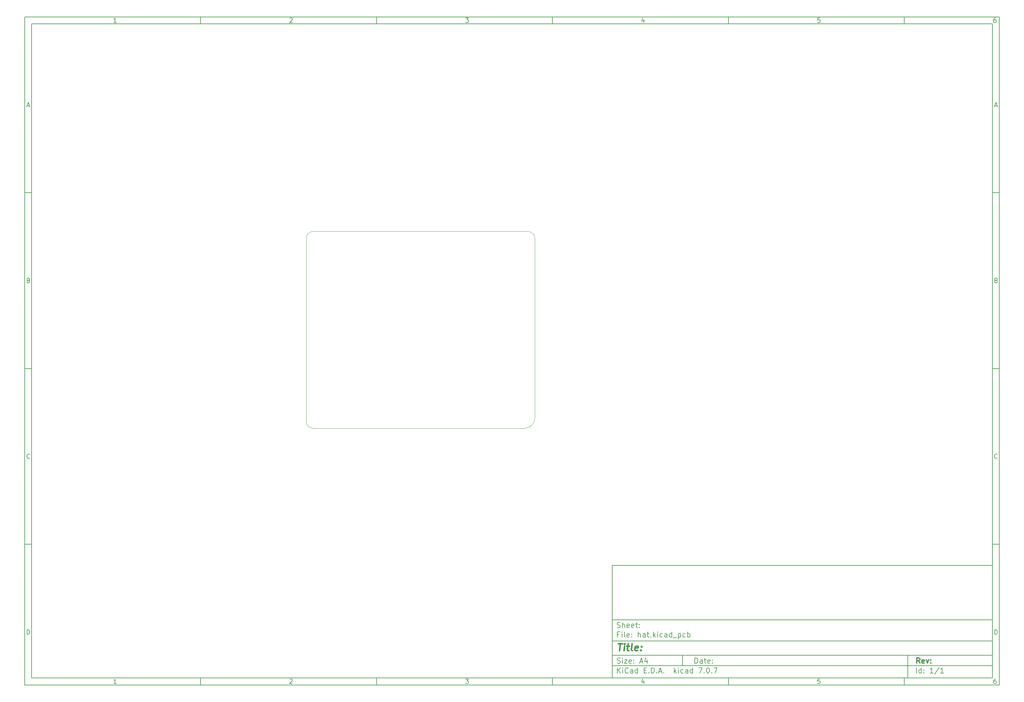
<source format=gm1>
%TF.GenerationSoftware,KiCad,Pcbnew,7.0.7*%
%TF.CreationDate,2023-12-26T13:29:34+01:00*%
%TF.ProjectId,hat,6861742e-6b69-4636-9164-5f7063625858,rev?*%
%TF.SameCoordinates,Original*%
%TF.FileFunction,Profile,NP*%
%FSLAX46Y46*%
G04 Gerber Fmt 4.6, Leading zero omitted, Abs format (unit mm)*
G04 Created by KiCad (PCBNEW 7.0.7) date 2023-12-26 13:29:34*
%MOMM*%
%LPD*%
G01*
G04 APERTURE LIST*
%ADD10C,0.100000*%
%ADD11C,0.150000*%
%ADD12C,0.300000*%
%ADD13C,0.400000*%
%TA.AperFunction,Profile*%
%ADD14C,0.050000*%
%TD*%
G04 APERTURE END LIST*
D10*
D11*
X177002200Y-166007200D02*
X285002200Y-166007200D01*
X285002200Y-198007200D01*
X177002200Y-198007200D01*
X177002200Y-166007200D01*
D10*
D11*
X10000000Y-10000000D02*
X287002200Y-10000000D01*
X287002200Y-200007200D01*
X10000000Y-200007200D01*
X10000000Y-10000000D01*
D10*
D11*
X12000000Y-12000000D02*
X285002200Y-12000000D01*
X285002200Y-198007200D01*
X12000000Y-198007200D01*
X12000000Y-12000000D01*
D10*
D11*
X60000000Y-12000000D02*
X60000000Y-10000000D01*
D10*
D11*
X110000000Y-12000000D02*
X110000000Y-10000000D01*
D10*
D11*
X160000000Y-12000000D02*
X160000000Y-10000000D01*
D10*
D11*
X210000000Y-12000000D02*
X210000000Y-10000000D01*
D10*
D11*
X260000000Y-12000000D02*
X260000000Y-10000000D01*
D10*
D11*
X36089160Y-11593604D02*
X35346303Y-11593604D01*
X35717731Y-11593604D02*
X35717731Y-10293604D01*
X35717731Y-10293604D02*
X35593922Y-10479319D01*
X35593922Y-10479319D02*
X35470112Y-10603128D01*
X35470112Y-10603128D02*
X35346303Y-10665033D01*
D10*
D11*
X85346303Y-10417414D02*
X85408207Y-10355509D01*
X85408207Y-10355509D02*
X85532017Y-10293604D01*
X85532017Y-10293604D02*
X85841541Y-10293604D01*
X85841541Y-10293604D02*
X85965350Y-10355509D01*
X85965350Y-10355509D02*
X86027255Y-10417414D01*
X86027255Y-10417414D02*
X86089160Y-10541223D01*
X86089160Y-10541223D02*
X86089160Y-10665033D01*
X86089160Y-10665033D02*
X86027255Y-10850747D01*
X86027255Y-10850747D02*
X85284398Y-11593604D01*
X85284398Y-11593604D02*
X86089160Y-11593604D01*
D10*
D11*
X135284398Y-10293604D02*
X136089160Y-10293604D01*
X136089160Y-10293604D02*
X135655826Y-10788842D01*
X135655826Y-10788842D02*
X135841541Y-10788842D01*
X135841541Y-10788842D02*
X135965350Y-10850747D01*
X135965350Y-10850747D02*
X136027255Y-10912652D01*
X136027255Y-10912652D02*
X136089160Y-11036461D01*
X136089160Y-11036461D02*
X136089160Y-11345985D01*
X136089160Y-11345985D02*
X136027255Y-11469795D01*
X136027255Y-11469795D02*
X135965350Y-11531700D01*
X135965350Y-11531700D02*
X135841541Y-11593604D01*
X135841541Y-11593604D02*
X135470112Y-11593604D01*
X135470112Y-11593604D02*
X135346303Y-11531700D01*
X135346303Y-11531700D02*
X135284398Y-11469795D01*
D10*
D11*
X185965350Y-10726938D02*
X185965350Y-11593604D01*
X185655826Y-10231700D02*
X185346303Y-11160271D01*
X185346303Y-11160271D02*
X186151064Y-11160271D01*
D10*
D11*
X236027255Y-10293604D02*
X235408207Y-10293604D01*
X235408207Y-10293604D02*
X235346303Y-10912652D01*
X235346303Y-10912652D02*
X235408207Y-10850747D01*
X235408207Y-10850747D02*
X235532017Y-10788842D01*
X235532017Y-10788842D02*
X235841541Y-10788842D01*
X235841541Y-10788842D02*
X235965350Y-10850747D01*
X235965350Y-10850747D02*
X236027255Y-10912652D01*
X236027255Y-10912652D02*
X236089160Y-11036461D01*
X236089160Y-11036461D02*
X236089160Y-11345985D01*
X236089160Y-11345985D02*
X236027255Y-11469795D01*
X236027255Y-11469795D02*
X235965350Y-11531700D01*
X235965350Y-11531700D02*
X235841541Y-11593604D01*
X235841541Y-11593604D02*
X235532017Y-11593604D01*
X235532017Y-11593604D02*
X235408207Y-11531700D01*
X235408207Y-11531700D02*
X235346303Y-11469795D01*
D10*
D11*
X285965350Y-10293604D02*
X285717731Y-10293604D01*
X285717731Y-10293604D02*
X285593922Y-10355509D01*
X285593922Y-10355509D02*
X285532017Y-10417414D01*
X285532017Y-10417414D02*
X285408207Y-10603128D01*
X285408207Y-10603128D02*
X285346303Y-10850747D01*
X285346303Y-10850747D02*
X285346303Y-11345985D01*
X285346303Y-11345985D02*
X285408207Y-11469795D01*
X285408207Y-11469795D02*
X285470112Y-11531700D01*
X285470112Y-11531700D02*
X285593922Y-11593604D01*
X285593922Y-11593604D02*
X285841541Y-11593604D01*
X285841541Y-11593604D02*
X285965350Y-11531700D01*
X285965350Y-11531700D02*
X286027255Y-11469795D01*
X286027255Y-11469795D02*
X286089160Y-11345985D01*
X286089160Y-11345985D02*
X286089160Y-11036461D01*
X286089160Y-11036461D02*
X286027255Y-10912652D01*
X286027255Y-10912652D02*
X285965350Y-10850747D01*
X285965350Y-10850747D02*
X285841541Y-10788842D01*
X285841541Y-10788842D02*
X285593922Y-10788842D01*
X285593922Y-10788842D02*
X285470112Y-10850747D01*
X285470112Y-10850747D02*
X285408207Y-10912652D01*
X285408207Y-10912652D02*
X285346303Y-11036461D01*
D10*
D11*
X60000000Y-198007200D02*
X60000000Y-200007200D01*
D10*
D11*
X110000000Y-198007200D02*
X110000000Y-200007200D01*
D10*
D11*
X160000000Y-198007200D02*
X160000000Y-200007200D01*
D10*
D11*
X210000000Y-198007200D02*
X210000000Y-200007200D01*
D10*
D11*
X260000000Y-198007200D02*
X260000000Y-200007200D01*
D10*
D11*
X36089160Y-199600804D02*
X35346303Y-199600804D01*
X35717731Y-199600804D02*
X35717731Y-198300804D01*
X35717731Y-198300804D02*
X35593922Y-198486519D01*
X35593922Y-198486519D02*
X35470112Y-198610328D01*
X35470112Y-198610328D02*
X35346303Y-198672233D01*
D10*
D11*
X85346303Y-198424614D02*
X85408207Y-198362709D01*
X85408207Y-198362709D02*
X85532017Y-198300804D01*
X85532017Y-198300804D02*
X85841541Y-198300804D01*
X85841541Y-198300804D02*
X85965350Y-198362709D01*
X85965350Y-198362709D02*
X86027255Y-198424614D01*
X86027255Y-198424614D02*
X86089160Y-198548423D01*
X86089160Y-198548423D02*
X86089160Y-198672233D01*
X86089160Y-198672233D02*
X86027255Y-198857947D01*
X86027255Y-198857947D02*
X85284398Y-199600804D01*
X85284398Y-199600804D02*
X86089160Y-199600804D01*
D10*
D11*
X135284398Y-198300804D02*
X136089160Y-198300804D01*
X136089160Y-198300804D02*
X135655826Y-198796042D01*
X135655826Y-198796042D02*
X135841541Y-198796042D01*
X135841541Y-198796042D02*
X135965350Y-198857947D01*
X135965350Y-198857947D02*
X136027255Y-198919852D01*
X136027255Y-198919852D02*
X136089160Y-199043661D01*
X136089160Y-199043661D02*
X136089160Y-199353185D01*
X136089160Y-199353185D02*
X136027255Y-199476995D01*
X136027255Y-199476995D02*
X135965350Y-199538900D01*
X135965350Y-199538900D02*
X135841541Y-199600804D01*
X135841541Y-199600804D02*
X135470112Y-199600804D01*
X135470112Y-199600804D02*
X135346303Y-199538900D01*
X135346303Y-199538900D02*
X135284398Y-199476995D01*
D10*
D11*
X185965350Y-198734138D02*
X185965350Y-199600804D01*
X185655826Y-198238900D02*
X185346303Y-199167471D01*
X185346303Y-199167471D02*
X186151064Y-199167471D01*
D10*
D11*
X236027255Y-198300804D02*
X235408207Y-198300804D01*
X235408207Y-198300804D02*
X235346303Y-198919852D01*
X235346303Y-198919852D02*
X235408207Y-198857947D01*
X235408207Y-198857947D02*
X235532017Y-198796042D01*
X235532017Y-198796042D02*
X235841541Y-198796042D01*
X235841541Y-198796042D02*
X235965350Y-198857947D01*
X235965350Y-198857947D02*
X236027255Y-198919852D01*
X236027255Y-198919852D02*
X236089160Y-199043661D01*
X236089160Y-199043661D02*
X236089160Y-199353185D01*
X236089160Y-199353185D02*
X236027255Y-199476995D01*
X236027255Y-199476995D02*
X235965350Y-199538900D01*
X235965350Y-199538900D02*
X235841541Y-199600804D01*
X235841541Y-199600804D02*
X235532017Y-199600804D01*
X235532017Y-199600804D02*
X235408207Y-199538900D01*
X235408207Y-199538900D02*
X235346303Y-199476995D01*
D10*
D11*
X285965350Y-198300804D02*
X285717731Y-198300804D01*
X285717731Y-198300804D02*
X285593922Y-198362709D01*
X285593922Y-198362709D02*
X285532017Y-198424614D01*
X285532017Y-198424614D02*
X285408207Y-198610328D01*
X285408207Y-198610328D02*
X285346303Y-198857947D01*
X285346303Y-198857947D02*
X285346303Y-199353185D01*
X285346303Y-199353185D02*
X285408207Y-199476995D01*
X285408207Y-199476995D02*
X285470112Y-199538900D01*
X285470112Y-199538900D02*
X285593922Y-199600804D01*
X285593922Y-199600804D02*
X285841541Y-199600804D01*
X285841541Y-199600804D02*
X285965350Y-199538900D01*
X285965350Y-199538900D02*
X286027255Y-199476995D01*
X286027255Y-199476995D02*
X286089160Y-199353185D01*
X286089160Y-199353185D02*
X286089160Y-199043661D01*
X286089160Y-199043661D02*
X286027255Y-198919852D01*
X286027255Y-198919852D02*
X285965350Y-198857947D01*
X285965350Y-198857947D02*
X285841541Y-198796042D01*
X285841541Y-198796042D02*
X285593922Y-198796042D01*
X285593922Y-198796042D02*
X285470112Y-198857947D01*
X285470112Y-198857947D02*
X285408207Y-198919852D01*
X285408207Y-198919852D02*
X285346303Y-199043661D01*
D10*
D11*
X10000000Y-60000000D02*
X12000000Y-60000000D01*
D10*
D11*
X10000000Y-110000000D02*
X12000000Y-110000000D01*
D10*
D11*
X10000000Y-160000000D02*
X12000000Y-160000000D01*
D10*
D11*
X10690476Y-35222176D02*
X11309523Y-35222176D01*
X10566666Y-35593604D02*
X10999999Y-34293604D01*
X10999999Y-34293604D02*
X11433333Y-35593604D01*
D10*
D11*
X11092857Y-84912652D02*
X11278571Y-84974557D01*
X11278571Y-84974557D02*
X11340476Y-85036461D01*
X11340476Y-85036461D02*
X11402380Y-85160271D01*
X11402380Y-85160271D02*
X11402380Y-85345985D01*
X11402380Y-85345985D02*
X11340476Y-85469795D01*
X11340476Y-85469795D02*
X11278571Y-85531700D01*
X11278571Y-85531700D02*
X11154761Y-85593604D01*
X11154761Y-85593604D02*
X10659523Y-85593604D01*
X10659523Y-85593604D02*
X10659523Y-84293604D01*
X10659523Y-84293604D02*
X11092857Y-84293604D01*
X11092857Y-84293604D02*
X11216666Y-84355509D01*
X11216666Y-84355509D02*
X11278571Y-84417414D01*
X11278571Y-84417414D02*
X11340476Y-84541223D01*
X11340476Y-84541223D02*
X11340476Y-84665033D01*
X11340476Y-84665033D02*
X11278571Y-84788842D01*
X11278571Y-84788842D02*
X11216666Y-84850747D01*
X11216666Y-84850747D02*
X11092857Y-84912652D01*
X11092857Y-84912652D02*
X10659523Y-84912652D01*
D10*
D11*
X11402380Y-135469795D02*
X11340476Y-135531700D01*
X11340476Y-135531700D02*
X11154761Y-135593604D01*
X11154761Y-135593604D02*
X11030952Y-135593604D01*
X11030952Y-135593604D02*
X10845238Y-135531700D01*
X10845238Y-135531700D02*
X10721428Y-135407890D01*
X10721428Y-135407890D02*
X10659523Y-135284080D01*
X10659523Y-135284080D02*
X10597619Y-135036461D01*
X10597619Y-135036461D02*
X10597619Y-134850747D01*
X10597619Y-134850747D02*
X10659523Y-134603128D01*
X10659523Y-134603128D02*
X10721428Y-134479319D01*
X10721428Y-134479319D02*
X10845238Y-134355509D01*
X10845238Y-134355509D02*
X11030952Y-134293604D01*
X11030952Y-134293604D02*
X11154761Y-134293604D01*
X11154761Y-134293604D02*
X11340476Y-134355509D01*
X11340476Y-134355509D02*
X11402380Y-134417414D01*
D10*
D11*
X10659523Y-185593604D02*
X10659523Y-184293604D01*
X10659523Y-184293604D02*
X10969047Y-184293604D01*
X10969047Y-184293604D02*
X11154761Y-184355509D01*
X11154761Y-184355509D02*
X11278571Y-184479319D01*
X11278571Y-184479319D02*
X11340476Y-184603128D01*
X11340476Y-184603128D02*
X11402380Y-184850747D01*
X11402380Y-184850747D02*
X11402380Y-185036461D01*
X11402380Y-185036461D02*
X11340476Y-185284080D01*
X11340476Y-185284080D02*
X11278571Y-185407890D01*
X11278571Y-185407890D02*
X11154761Y-185531700D01*
X11154761Y-185531700D02*
X10969047Y-185593604D01*
X10969047Y-185593604D02*
X10659523Y-185593604D01*
D10*
D11*
X287002200Y-60000000D02*
X285002200Y-60000000D01*
D10*
D11*
X287002200Y-110000000D02*
X285002200Y-110000000D01*
D10*
D11*
X287002200Y-160000000D02*
X285002200Y-160000000D01*
D10*
D11*
X285692676Y-35222176D02*
X286311723Y-35222176D01*
X285568866Y-35593604D02*
X286002199Y-34293604D01*
X286002199Y-34293604D02*
X286435533Y-35593604D01*
D10*
D11*
X286095057Y-84912652D02*
X286280771Y-84974557D01*
X286280771Y-84974557D02*
X286342676Y-85036461D01*
X286342676Y-85036461D02*
X286404580Y-85160271D01*
X286404580Y-85160271D02*
X286404580Y-85345985D01*
X286404580Y-85345985D02*
X286342676Y-85469795D01*
X286342676Y-85469795D02*
X286280771Y-85531700D01*
X286280771Y-85531700D02*
X286156961Y-85593604D01*
X286156961Y-85593604D02*
X285661723Y-85593604D01*
X285661723Y-85593604D02*
X285661723Y-84293604D01*
X285661723Y-84293604D02*
X286095057Y-84293604D01*
X286095057Y-84293604D02*
X286218866Y-84355509D01*
X286218866Y-84355509D02*
X286280771Y-84417414D01*
X286280771Y-84417414D02*
X286342676Y-84541223D01*
X286342676Y-84541223D02*
X286342676Y-84665033D01*
X286342676Y-84665033D02*
X286280771Y-84788842D01*
X286280771Y-84788842D02*
X286218866Y-84850747D01*
X286218866Y-84850747D02*
X286095057Y-84912652D01*
X286095057Y-84912652D02*
X285661723Y-84912652D01*
D10*
D11*
X286404580Y-135469795D02*
X286342676Y-135531700D01*
X286342676Y-135531700D02*
X286156961Y-135593604D01*
X286156961Y-135593604D02*
X286033152Y-135593604D01*
X286033152Y-135593604D02*
X285847438Y-135531700D01*
X285847438Y-135531700D02*
X285723628Y-135407890D01*
X285723628Y-135407890D02*
X285661723Y-135284080D01*
X285661723Y-135284080D02*
X285599819Y-135036461D01*
X285599819Y-135036461D02*
X285599819Y-134850747D01*
X285599819Y-134850747D02*
X285661723Y-134603128D01*
X285661723Y-134603128D02*
X285723628Y-134479319D01*
X285723628Y-134479319D02*
X285847438Y-134355509D01*
X285847438Y-134355509D02*
X286033152Y-134293604D01*
X286033152Y-134293604D02*
X286156961Y-134293604D01*
X286156961Y-134293604D02*
X286342676Y-134355509D01*
X286342676Y-134355509D02*
X286404580Y-134417414D01*
D10*
D11*
X285661723Y-185593604D02*
X285661723Y-184293604D01*
X285661723Y-184293604D02*
X285971247Y-184293604D01*
X285971247Y-184293604D02*
X286156961Y-184355509D01*
X286156961Y-184355509D02*
X286280771Y-184479319D01*
X286280771Y-184479319D02*
X286342676Y-184603128D01*
X286342676Y-184603128D02*
X286404580Y-184850747D01*
X286404580Y-184850747D02*
X286404580Y-185036461D01*
X286404580Y-185036461D02*
X286342676Y-185284080D01*
X286342676Y-185284080D02*
X286280771Y-185407890D01*
X286280771Y-185407890D02*
X286156961Y-185531700D01*
X286156961Y-185531700D02*
X285971247Y-185593604D01*
X285971247Y-185593604D02*
X285661723Y-185593604D01*
D10*
D11*
X200458026Y-193793328D02*
X200458026Y-192293328D01*
X200458026Y-192293328D02*
X200815169Y-192293328D01*
X200815169Y-192293328D02*
X201029455Y-192364757D01*
X201029455Y-192364757D02*
X201172312Y-192507614D01*
X201172312Y-192507614D02*
X201243741Y-192650471D01*
X201243741Y-192650471D02*
X201315169Y-192936185D01*
X201315169Y-192936185D02*
X201315169Y-193150471D01*
X201315169Y-193150471D02*
X201243741Y-193436185D01*
X201243741Y-193436185D02*
X201172312Y-193579042D01*
X201172312Y-193579042D02*
X201029455Y-193721900D01*
X201029455Y-193721900D02*
X200815169Y-193793328D01*
X200815169Y-193793328D02*
X200458026Y-193793328D01*
X202600884Y-193793328D02*
X202600884Y-193007614D01*
X202600884Y-193007614D02*
X202529455Y-192864757D01*
X202529455Y-192864757D02*
X202386598Y-192793328D01*
X202386598Y-192793328D02*
X202100884Y-192793328D01*
X202100884Y-192793328D02*
X201958026Y-192864757D01*
X202600884Y-193721900D02*
X202458026Y-193793328D01*
X202458026Y-193793328D02*
X202100884Y-193793328D01*
X202100884Y-193793328D02*
X201958026Y-193721900D01*
X201958026Y-193721900D02*
X201886598Y-193579042D01*
X201886598Y-193579042D02*
X201886598Y-193436185D01*
X201886598Y-193436185D02*
X201958026Y-193293328D01*
X201958026Y-193293328D02*
X202100884Y-193221900D01*
X202100884Y-193221900D02*
X202458026Y-193221900D01*
X202458026Y-193221900D02*
X202600884Y-193150471D01*
X203100884Y-192793328D02*
X203672312Y-192793328D01*
X203315169Y-192293328D02*
X203315169Y-193579042D01*
X203315169Y-193579042D02*
X203386598Y-193721900D01*
X203386598Y-193721900D02*
X203529455Y-193793328D01*
X203529455Y-193793328D02*
X203672312Y-193793328D01*
X204743741Y-193721900D02*
X204600884Y-193793328D01*
X204600884Y-193793328D02*
X204315170Y-193793328D01*
X204315170Y-193793328D02*
X204172312Y-193721900D01*
X204172312Y-193721900D02*
X204100884Y-193579042D01*
X204100884Y-193579042D02*
X204100884Y-193007614D01*
X204100884Y-193007614D02*
X204172312Y-192864757D01*
X204172312Y-192864757D02*
X204315170Y-192793328D01*
X204315170Y-192793328D02*
X204600884Y-192793328D01*
X204600884Y-192793328D02*
X204743741Y-192864757D01*
X204743741Y-192864757D02*
X204815170Y-193007614D01*
X204815170Y-193007614D02*
X204815170Y-193150471D01*
X204815170Y-193150471D02*
X204100884Y-193293328D01*
X205458026Y-193650471D02*
X205529455Y-193721900D01*
X205529455Y-193721900D02*
X205458026Y-193793328D01*
X205458026Y-193793328D02*
X205386598Y-193721900D01*
X205386598Y-193721900D02*
X205458026Y-193650471D01*
X205458026Y-193650471D02*
X205458026Y-193793328D01*
X205458026Y-192864757D02*
X205529455Y-192936185D01*
X205529455Y-192936185D02*
X205458026Y-193007614D01*
X205458026Y-193007614D02*
X205386598Y-192936185D01*
X205386598Y-192936185D02*
X205458026Y-192864757D01*
X205458026Y-192864757D02*
X205458026Y-193007614D01*
D10*
D11*
X177002200Y-194507200D02*
X285002200Y-194507200D01*
D10*
D11*
X178458026Y-196593328D02*
X178458026Y-195093328D01*
X179315169Y-196593328D02*
X178672312Y-195736185D01*
X179315169Y-195093328D02*
X178458026Y-195950471D01*
X179958026Y-196593328D02*
X179958026Y-195593328D01*
X179958026Y-195093328D02*
X179886598Y-195164757D01*
X179886598Y-195164757D02*
X179958026Y-195236185D01*
X179958026Y-195236185D02*
X180029455Y-195164757D01*
X180029455Y-195164757D02*
X179958026Y-195093328D01*
X179958026Y-195093328D02*
X179958026Y-195236185D01*
X181529455Y-196450471D02*
X181458027Y-196521900D01*
X181458027Y-196521900D02*
X181243741Y-196593328D01*
X181243741Y-196593328D02*
X181100884Y-196593328D01*
X181100884Y-196593328D02*
X180886598Y-196521900D01*
X180886598Y-196521900D02*
X180743741Y-196379042D01*
X180743741Y-196379042D02*
X180672312Y-196236185D01*
X180672312Y-196236185D02*
X180600884Y-195950471D01*
X180600884Y-195950471D02*
X180600884Y-195736185D01*
X180600884Y-195736185D02*
X180672312Y-195450471D01*
X180672312Y-195450471D02*
X180743741Y-195307614D01*
X180743741Y-195307614D02*
X180886598Y-195164757D01*
X180886598Y-195164757D02*
X181100884Y-195093328D01*
X181100884Y-195093328D02*
X181243741Y-195093328D01*
X181243741Y-195093328D02*
X181458027Y-195164757D01*
X181458027Y-195164757D02*
X181529455Y-195236185D01*
X182815170Y-196593328D02*
X182815170Y-195807614D01*
X182815170Y-195807614D02*
X182743741Y-195664757D01*
X182743741Y-195664757D02*
X182600884Y-195593328D01*
X182600884Y-195593328D02*
X182315170Y-195593328D01*
X182315170Y-195593328D02*
X182172312Y-195664757D01*
X182815170Y-196521900D02*
X182672312Y-196593328D01*
X182672312Y-196593328D02*
X182315170Y-196593328D01*
X182315170Y-196593328D02*
X182172312Y-196521900D01*
X182172312Y-196521900D02*
X182100884Y-196379042D01*
X182100884Y-196379042D02*
X182100884Y-196236185D01*
X182100884Y-196236185D02*
X182172312Y-196093328D01*
X182172312Y-196093328D02*
X182315170Y-196021900D01*
X182315170Y-196021900D02*
X182672312Y-196021900D01*
X182672312Y-196021900D02*
X182815170Y-195950471D01*
X184172313Y-196593328D02*
X184172313Y-195093328D01*
X184172313Y-196521900D02*
X184029455Y-196593328D01*
X184029455Y-196593328D02*
X183743741Y-196593328D01*
X183743741Y-196593328D02*
X183600884Y-196521900D01*
X183600884Y-196521900D02*
X183529455Y-196450471D01*
X183529455Y-196450471D02*
X183458027Y-196307614D01*
X183458027Y-196307614D02*
X183458027Y-195879042D01*
X183458027Y-195879042D02*
X183529455Y-195736185D01*
X183529455Y-195736185D02*
X183600884Y-195664757D01*
X183600884Y-195664757D02*
X183743741Y-195593328D01*
X183743741Y-195593328D02*
X184029455Y-195593328D01*
X184029455Y-195593328D02*
X184172313Y-195664757D01*
X186029455Y-195807614D02*
X186529455Y-195807614D01*
X186743741Y-196593328D02*
X186029455Y-196593328D01*
X186029455Y-196593328D02*
X186029455Y-195093328D01*
X186029455Y-195093328D02*
X186743741Y-195093328D01*
X187386598Y-196450471D02*
X187458027Y-196521900D01*
X187458027Y-196521900D02*
X187386598Y-196593328D01*
X187386598Y-196593328D02*
X187315170Y-196521900D01*
X187315170Y-196521900D02*
X187386598Y-196450471D01*
X187386598Y-196450471D02*
X187386598Y-196593328D01*
X188100884Y-196593328D02*
X188100884Y-195093328D01*
X188100884Y-195093328D02*
X188458027Y-195093328D01*
X188458027Y-195093328D02*
X188672313Y-195164757D01*
X188672313Y-195164757D02*
X188815170Y-195307614D01*
X188815170Y-195307614D02*
X188886599Y-195450471D01*
X188886599Y-195450471D02*
X188958027Y-195736185D01*
X188958027Y-195736185D02*
X188958027Y-195950471D01*
X188958027Y-195950471D02*
X188886599Y-196236185D01*
X188886599Y-196236185D02*
X188815170Y-196379042D01*
X188815170Y-196379042D02*
X188672313Y-196521900D01*
X188672313Y-196521900D02*
X188458027Y-196593328D01*
X188458027Y-196593328D02*
X188100884Y-196593328D01*
X189600884Y-196450471D02*
X189672313Y-196521900D01*
X189672313Y-196521900D02*
X189600884Y-196593328D01*
X189600884Y-196593328D02*
X189529456Y-196521900D01*
X189529456Y-196521900D02*
X189600884Y-196450471D01*
X189600884Y-196450471D02*
X189600884Y-196593328D01*
X190243742Y-196164757D02*
X190958028Y-196164757D01*
X190100885Y-196593328D02*
X190600885Y-195093328D01*
X190600885Y-195093328D02*
X191100885Y-196593328D01*
X191600884Y-196450471D02*
X191672313Y-196521900D01*
X191672313Y-196521900D02*
X191600884Y-196593328D01*
X191600884Y-196593328D02*
X191529456Y-196521900D01*
X191529456Y-196521900D02*
X191600884Y-196450471D01*
X191600884Y-196450471D02*
X191600884Y-196593328D01*
X194600884Y-196593328D02*
X194600884Y-195093328D01*
X194743742Y-196021900D02*
X195172313Y-196593328D01*
X195172313Y-195593328D02*
X194600884Y-196164757D01*
X195815170Y-196593328D02*
X195815170Y-195593328D01*
X195815170Y-195093328D02*
X195743742Y-195164757D01*
X195743742Y-195164757D02*
X195815170Y-195236185D01*
X195815170Y-195236185D02*
X195886599Y-195164757D01*
X195886599Y-195164757D02*
X195815170Y-195093328D01*
X195815170Y-195093328D02*
X195815170Y-195236185D01*
X197172314Y-196521900D02*
X197029456Y-196593328D01*
X197029456Y-196593328D02*
X196743742Y-196593328D01*
X196743742Y-196593328D02*
X196600885Y-196521900D01*
X196600885Y-196521900D02*
X196529456Y-196450471D01*
X196529456Y-196450471D02*
X196458028Y-196307614D01*
X196458028Y-196307614D02*
X196458028Y-195879042D01*
X196458028Y-195879042D02*
X196529456Y-195736185D01*
X196529456Y-195736185D02*
X196600885Y-195664757D01*
X196600885Y-195664757D02*
X196743742Y-195593328D01*
X196743742Y-195593328D02*
X197029456Y-195593328D01*
X197029456Y-195593328D02*
X197172314Y-195664757D01*
X198458028Y-196593328D02*
X198458028Y-195807614D01*
X198458028Y-195807614D02*
X198386599Y-195664757D01*
X198386599Y-195664757D02*
X198243742Y-195593328D01*
X198243742Y-195593328D02*
X197958028Y-195593328D01*
X197958028Y-195593328D02*
X197815170Y-195664757D01*
X198458028Y-196521900D02*
X198315170Y-196593328D01*
X198315170Y-196593328D02*
X197958028Y-196593328D01*
X197958028Y-196593328D02*
X197815170Y-196521900D01*
X197815170Y-196521900D02*
X197743742Y-196379042D01*
X197743742Y-196379042D02*
X197743742Y-196236185D01*
X197743742Y-196236185D02*
X197815170Y-196093328D01*
X197815170Y-196093328D02*
X197958028Y-196021900D01*
X197958028Y-196021900D02*
X198315170Y-196021900D01*
X198315170Y-196021900D02*
X198458028Y-195950471D01*
X199815171Y-196593328D02*
X199815171Y-195093328D01*
X199815171Y-196521900D02*
X199672313Y-196593328D01*
X199672313Y-196593328D02*
X199386599Y-196593328D01*
X199386599Y-196593328D02*
X199243742Y-196521900D01*
X199243742Y-196521900D02*
X199172313Y-196450471D01*
X199172313Y-196450471D02*
X199100885Y-196307614D01*
X199100885Y-196307614D02*
X199100885Y-195879042D01*
X199100885Y-195879042D02*
X199172313Y-195736185D01*
X199172313Y-195736185D02*
X199243742Y-195664757D01*
X199243742Y-195664757D02*
X199386599Y-195593328D01*
X199386599Y-195593328D02*
X199672313Y-195593328D01*
X199672313Y-195593328D02*
X199815171Y-195664757D01*
X201529456Y-195093328D02*
X202529456Y-195093328D01*
X202529456Y-195093328D02*
X201886599Y-196593328D01*
X203100884Y-196450471D02*
X203172313Y-196521900D01*
X203172313Y-196521900D02*
X203100884Y-196593328D01*
X203100884Y-196593328D02*
X203029456Y-196521900D01*
X203029456Y-196521900D02*
X203100884Y-196450471D01*
X203100884Y-196450471D02*
X203100884Y-196593328D01*
X204100885Y-195093328D02*
X204243742Y-195093328D01*
X204243742Y-195093328D02*
X204386599Y-195164757D01*
X204386599Y-195164757D02*
X204458028Y-195236185D01*
X204458028Y-195236185D02*
X204529456Y-195379042D01*
X204529456Y-195379042D02*
X204600885Y-195664757D01*
X204600885Y-195664757D02*
X204600885Y-196021900D01*
X204600885Y-196021900D02*
X204529456Y-196307614D01*
X204529456Y-196307614D02*
X204458028Y-196450471D01*
X204458028Y-196450471D02*
X204386599Y-196521900D01*
X204386599Y-196521900D02*
X204243742Y-196593328D01*
X204243742Y-196593328D02*
X204100885Y-196593328D01*
X204100885Y-196593328D02*
X203958028Y-196521900D01*
X203958028Y-196521900D02*
X203886599Y-196450471D01*
X203886599Y-196450471D02*
X203815170Y-196307614D01*
X203815170Y-196307614D02*
X203743742Y-196021900D01*
X203743742Y-196021900D02*
X203743742Y-195664757D01*
X203743742Y-195664757D02*
X203815170Y-195379042D01*
X203815170Y-195379042D02*
X203886599Y-195236185D01*
X203886599Y-195236185D02*
X203958028Y-195164757D01*
X203958028Y-195164757D02*
X204100885Y-195093328D01*
X205243741Y-196450471D02*
X205315170Y-196521900D01*
X205315170Y-196521900D02*
X205243741Y-196593328D01*
X205243741Y-196593328D02*
X205172313Y-196521900D01*
X205172313Y-196521900D02*
X205243741Y-196450471D01*
X205243741Y-196450471D02*
X205243741Y-196593328D01*
X205815170Y-195093328D02*
X206815170Y-195093328D01*
X206815170Y-195093328D02*
X206172313Y-196593328D01*
D10*
D11*
X177002200Y-191507200D02*
X285002200Y-191507200D01*
D10*
D12*
X264413853Y-193785528D02*
X263913853Y-193071242D01*
X263556710Y-193785528D02*
X263556710Y-192285528D01*
X263556710Y-192285528D02*
X264128139Y-192285528D01*
X264128139Y-192285528D02*
X264270996Y-192356957D01*
X264270996Y-192356957D02*
X264342425Y-192428385D01*
X264342425Y-192428385D02*
X264413853Y-192571242D01*
X264413853Y-192571242D02*
X264413853Y-192785528D01*
X264413853Y-192785528D02*
X264342425Y-192928385D01*
X264342425Y-192928385D02*
X264270996Y-192999814D01*
X264270996Y-192999814D02*
X264128139Y-193071242D01*
X264128139Y-193071242D02*
X263556710Y-193071242D01*
X265628139Y-193714100D02*
X265485282Y-193785528D01*
X265485282Y-193785528D02*
X265199568Y-193785528D01*
X265199568Y-193785528D02*
X265056710Y-193714100D01*
X265056710Y-193714100D02*
X264985282Y-193571242D01*
X264985282Y-193571242D02*
X264985282Y-192999814D01*
X264985282Y-192999814D02*
X265056710Y-192856957D01*
X265056710Y-192856957D02*
X265199568Y-192785528D01*
X265199568Y-192785528D02*
X265485282Y-192785528D01*
X265485282Y-192785528D02*
X265628139Y-192856957D01*
X265628139Y-192856957D02*
X265699568Y-192999814D01*
X265699568Y-192999814D02*
X265699568Y-193142671D01*
X265699568Y-193142671D02*
X264985282Y-193285528D01*
X266199567Y-192785528D02*
X266556710Y-193785528D01*
X266556710Y-193785528D02*
X266913853Y-192785528D01*
X267485281Y-193642671D02*
X267556710Y-193714100D01*
X267556710Y-193714100D02*
X267485281Y-193785528D01*
X267485281Y-193785528D02*
X267413853Y-193714100D01*
X267413853Y-193714100D02*
X267485281Y-193642671D01*
X267485281Y-193642671D02*
X267485281Y-193785528D01*
X267485281Y-192856957D02*
X267556710Y-192928385D01*
X267556710Y-192928385D02*
X267485281Y-192999814D01*
X267485281Y-192999814D02*
X267413853Y-192928385D01*
X267413853Y-192928385D02*
X267485281Y-192856957D01*
X267485281Y-192856957D02*
X267485281Y-192999814D01*
D10*
D11*
X178386598Y-193721900D02*
X178600884Y-193793328D01*
X178600884Y-193793328D02*
X178958026Y-193793328D01*
X178958026Y-193793328D02*
X179100884Y-193721900D01*
X179100884Y-193721900D02*
X179172312Y-193650471D01*
X179172312Y-193650471D02*
X179243741Y-193507614D01*
X179243741Y-193507614D02*
X179243741Y-193364757D01*
X179243741Y-193364757D02*
X179172312Y-193221900D01*
X179172312Y-193221900D02*
X179100884Y-193150471D01*
X179100884Y-193150471D02*
X178958026Y-193079042D01*
X178958026Y-193079042D02*
X178672312Y-193007614D01*
X178672312Y-193007614D02*
X178529455Y-192936185D01*
X178529455Y-192936185D02*
X178458026Y-192864757D01*
X178458026Y-192864757D02*
X178386598Y-192721900D01*
X178386598Y-192721900D02*
X178386598Y-192579042D01*
X178386598Y-192579042D02*
X178458026Y-192436185D01*
X178458026Y-192436185D02*
X178529455Y-192364757D01*
X178529455Y-192364757D02*
X178672312Y-192293328D01*
X178672312Y-192293328D02*
X179029455Y-192293328D01*
X179029455Y-192293328D02*
X179243741Y-192364757D01*
X179886597Y-193793328D02*
X179886597Y-192793328D01*
X179886597Y-192293328D02*
X179815169Y-192364757D01*
X179815169Y-192364757D02*
X179886597Y-192436185D01*
X179886597Y-192436185D02*
X179958026Y-192364757D01*
X179958026Y-192364757D02*
X179886597Y-192293328D01*
X179886597Y-192293328D02*
X179886597Y-192436185D01*
X180458026Y-192793328D02*
X181243741Y-192793328D01*
X181243741Y-192793328D02*
X180458026Y-193793328D01*
X180458026Y-193793328D02*
X181243741Y-193793328D01*
X182386598Y-193721900D02*
X182243741Y-193793328D01*
X182243741Y-193793328D02*
X181958027Y-193793328D01*
X181958027Y-193793328D02*
X181815169Y-193721900D01*
X181815169Y-193721900D02*
X181743741Y-193579042D01*
X181743741Y-193579042D02*
X181743741Y-193007614D01*
X181743741Y-193007614D02*
X181815169Y-192864757D01*
X181815169Y-192864757D02*
X181958027Y-192793328D01*
X181958027Y-192793328D02*
X182243741Y-192793328D01*
X182243741Y-192793328D02*
X182386598Y-192864757D01*
X182386598Y-192864757D02*
X182458027Y-193007614D01*
X182458027Y-193007614D02*
X182458027Y-193150471D01*
X182458027Y-193150471D02*
X181743741Y-193293328D01*
X183100883Y-193650471D02*
X183172312Y-193721900D01*
X183172312Y-193721900D02*
X183100883Y-193793328D01*
X183100883Y-193793328D02*
X183029455Y-193721900D01*
X183029455Y-193721900D02*
X183100883Y-193650471D01*
X183100883Y-193650471D02*
X183100883Y-193793328D01*
X183100883Y-192864757D02*
X183172312Y-192936185D01*
X183172312Y-192936185D02*
X183100883Y-193007614D01*
X183100883Y-193007614D02*
X183029455Y-192936185D01*
X183029455Y-192936185D02*
X183100883Y-192864757D01*
X183100883Y-192864757D02*
X183100883Y-193007614D01*
X184886598Y-193364757D02*
X185600884Y-193364757D01*
X184743741Y-193793328D02*
X185243741Y-192293328D01*
X185243741Y-192293328D02*
X185743741Y-193793328D01*
X186886598Y-192793328D02*
X186886598Y-193793328D01*
X186529455Y-192221900D02*
X186172312Y-193293328D01*
X186172312Y-193293328D02*
X187100883Y-193293328D01*
D10*
D11*
X263458026Y-196593328D02*
X263458026Y-195093328D01*
X264815170Y-196593328D02*
X264815170Y-195093328D01*
X264815170Y-196521900D02*
X264672312Y-196593328D01*
X264672312Y-196593328D02*
X264386598Y-196593328D01*
X264386598Y-196593328D02*
X264243741Y-196521900D01*
X264243741Y-196521900D02*
X264172312Y-196450471D01*
X264172312Y-196450471D02*
X264100884Y-196307614D01*
X264100884Y-196307614D02*
X264100884Y-195879042D01*
X264100884Y-195879042D02*
X264172312Y-195736185D01*
X264172312Y-195736185D02*
X264243741Y-195664757D01*
X264243741Y-195664757D02*
X264386598Y-195593328D01*
X264386598Y-195593328D02*
X264672312Y-195593328D01*
X264672312Y-195593328D02*
X264815170Y-195664757D01*
X265529455Y-196450471D02*
X265600884Y-196521900D01*
X265600884Y-196521900D02*
X265529455Y-196593328D01*
X265529455Y-196593328D02*
X265458027Y-196521900D01*
X265458027Y-196521900D02*
X265529455Y-196450471D01*
X265529455Y-196450471D02*
X265529455Y-196593328D01*
X265529455Y-195664757D02*
X265600884Y-195736185D01*
X265600884Y-195736185D02*
X265529455Y-195807614D01*
X265529455Y-195807614D02*
X265458027Y-195736185D01*
X265458027Y-195736185D02*
X265529455Y-195664757D01*
X265529455Y-195664757D02*
X265529455Y-195807614D01*
X268172313Y-196593328D02*
X267315170Y-196593328D01*
X267743741Y-196593328D02*
X267743741Y-195093328D01*
X267743741Y-195093328D02*
X267600884Y-195307614D01*
X267600884Y-195307614D02*
X267458027Y-195450471D01*
X267458027Y-195450471D02*
X267315170Y-195521900D01*
X269886598Y-195021900D02*
X268600884Y-196950471D01*
X271172313Y-196593328D02*
X270315170Y-196593328D01*
X270743741Y-196593328D02*
X270743741Y-195093328D01*
X270743741Y-195093328D02*
X270600884Y-195307614D01*
X270600884Y-195307614D02*
X270458027Y-195450471D01*
X270458027Y-195450471D02*
X270315170Y-195521900D01*
D10*
D11*
X177002200Y-187507200D02*
X285002200Y-187507200D01*
D10*
D13*
X178693928Y-188211638D02*
X179836785Y-188211638D01*
X179015357Y-190211638D02*
X179265357Y-188211638D01*
X180253452Y-190211638D02*
X180420119Y-188878304D01*
X180503452Y-188211638D02*
X180396309Y-188306876D01*
X180396309Y-188306876D02*
X180479643Y-188402114D01*
X180479643Y-188402114D02*
X180586786Y-188306876D01*
X180586786Y-188306876D02*
X180503452Y-188211638D01*
X180503452Y-188211638D02*
X180479643Y-188402114D01*
X181086786Y-188878304D02*
X181848690Y-188878304D01*
X181455833Y-188211638D02*
X181241548Y-189925923D01*
X181241548Y-189925923D02*
X181312976Y-190116400D01*
X181312976Y-190116400D02*
X181491548Y-190211638D01*
X181491548Y-190211638D02*
X181682024Y-190211638D01*
X182634405Y-190211638D02*
X182455833Y-190116400D01*
X182455833Y-190116400D02*
X182384405Y-189925923D01*
X182384405Y-189925923D02*
X182598690Y-188211638D01*
X184170119Y-190116400D02*
X183967738Y-190211638D01*
X183967738Y-190211638D02*
X183586785Y-190211638D01*
X183586785Y-190211638D02*
X183408214Y-190116400D01*
X183408214Y-190116400D02*
X183336785Y-189925923D01*
X183336785Y-189925923D02*
X183432024Y-189164019D01*
X183432024Y-189164019D02*
X183551071Y-188973542D01*
X183551071Y-188973542D02*
X183753452Y-188878304D01*
X183753452Y-188878304D02*
X184134404Y-188878304D01*
X184134404Y-188878304D02*
X184312976Y-188973542D01*
X184312976Y-188973542D02*
X184384404Y-189164019D01*
X184384404Y-189164019D02*
X184360595Y-189354495D01*
X184360595Y-189354495D02*
X183384404Y-189544971D01*
X185134405Y-190021161D02*
X185217738Y-190116400D01*
X185217738Y-190116400D02*
X185110595Y-190211638D01*
X185110595Y-190211638D02*
X185027262Y-190116400D01*
X185027262Y-190116400D02*
X185134405Y-190021161D01*
X185134405Y-190021161D02*
X185110595Y-190211638D01*
X185265357Y-188973542D02*
X185348690Y-189068780D01*
X185348690Y-189068780D02*
X185241548Y-189164019D01*
X185241548Y-189164019D02*
X185158214Y-189068780D01*
X185158214Y-189068780D02*
X185265357Y-188973542D01*
X185265357Y-188973542D02*
X185241548Y-189164019D01*
D10*
D11*
X178958026Y-185607614D02*
X178458026Y-185607614D01*
X178458026Y-186393328D02*
X178458026Y-184893328D01*
X178458026Y-184893328D02*
X179172312Y-184893328D01*
X179743740Y-186393328D02*
X179743740Y-185393328D01*
X179743740Y-184893328D02*
X179672312Y-184964757D01*
X179672312Y-184964757D02*
X179743740Y-185036185D01*
X179743740Y-185036185D02*
X179815169Y-184964757D01*
X179815169Y-184964757D02*
X179743740Y-184893328D01*
X179743740Y-184893328D02*
X179743740Y-185036185D01*
X180672312Y-186393328D02*
X180529455Y-186321900D01*
X180529455Y-186321900D02*
X180458026Y-186179042D01*
X180458026Y-186179042D02*
X180458026Y-184893328D01*
X181815169Y-186321900D02*
X181672312Y-186393328D01*
X181672312Y-186393328D02*
X181386598Y-186393328D01*
X181386598Y-186393328D02*
X181243740Y-186321900D01*
X181243740Y-186321900D02*
X181172312Y-186179042D01*
X181172312Y-186179042D02*
X181172312Y-185607614D01*
X181172312Y-185607614D02*
X181243740Y-185464757D01*
X181243740Y-185464757D02*
X181386598Y-185393328D01*
X181386598Y-185393328D02*
X181672312Y-185393328D01*
X181672312Y-185393328D02*
X181815169Y-185464757D01*
X181815169Y-185464757D02*
X181886598Y-185607614D01*
X181886598Y-185607614D02*
X181886598Y-185750471D01*
X181886598Y-185750471D02*
X181172312Y-185893328D01*
X182529454Y-186250471D02*
X182600883Y-186321900D01*
X182600883Y-186321900D02*
X182529454Y-186393328D01*
X182529454Y-186393328D02*
X182458026Y-186321900D01*
X182458026Y-186321900D02*
X182529454Y-186250471D01*
X182529454Y-186250471D02*
X182529454Y-186393328D01*
X182529454Y-185464757D02*
X182600883Y-185536185D01*
X182600883Y-185536185D02*
X182529454Y-185607614D01*
X182529454Y-185607614D02*
X182458026Y-185536185D01*
X182458026Y-185536185D02*
X182529454Y-185464757D01*
X182529454Y-185464757D02*
X182529454Y-185607614D01*
X184386597Y-186393328D02*
X184386597Y-184893328D01*
X185029455Y-186393328D02*
X185029455Y-185607614D01*
X185029455Y-185607614D02*
X184958026Y-185464757D01*
X184958026Y-185464757D02*
X184815169Y-185393328D01*
X184815169Y-185393328D02*
X184600883Y-185393328D01*
X184600883Y-185393328D02*
X184458026Y-185464757D01*
X184458026Y-185464757D02*
X184386597Y-185536185D01*
X186386598Y-186393328D02*
X186386598Y-185607614D01*
X186386598Y-185607614D02*
X186315169Y-185464757D01*
X186315169Y-185464757D02*
X186172312Y-185393328D01*
X186172312Y-185393328D02*
X185886598Y-185393328D01*
X185886598Y-185393328D02*
X185743740Y-185464757D01*
X186386598Y-186321900D02*
X186243740Y-186393328D01*
X186243740Y-186393328D02*
X185886598Y-186393328D01*
X185886598Y-186393328D02*
X185743740Y-186321900D01*
X185743740Y-186321900D02*
X185672312Y-186179042D01*
X185672312Y-186179042D02*
X185672312Y-186036185D01*
X185672312Y-186036185D02*
X185743740Y-185893328D01*
X185743740Y-185893328D02*
X185886598Y-185821900D01*
X185886598Y-185821900D02*
X186243740Y-185821900D01*
X186243740Y-185821900D02*
X186386598Y-185750471D01*
X186886598Y-185393328D02*
X187458026Y-185393328D01*
X187100883Y-184893328D02*
X187100883Y-186179042D01*
X187100883Y-186179042D02*
X187172312Y-186321900D01*
X187172312Y-186321900D02*
X187315169Y-186393328D01*
X187315169Y-186393328D02*
X187458026Y-186393328D01*
X187958026Y-186250471D02*
X188029455Y-186321900D01*
X188029455Y-186321900D02*
X187958026Y-186393328D01*
X187958026Y-186393328D02*
X187886598Y-186321900D01*
X187886598Y-186321900D02*
X187958026Y-186250471D01*
X187958026Y-186250471D02*
X187958026Y-186393328D01*
X188672312Y-186393328D02*
X188672312Y-184893328D01*
X188815170Y-185821900D02*
X189243741Y-186393328D01*
X189243741Y-185393328D02*
X188672312Y-185964757D01*
X189886598Y-186393328D02*
X189886598Y-185393328D01*
X189886598Y-184893328D02*
X189815170Y-184964757D01*
X189815170Y-184964757D02*
X189886598Y-185036185D01*
X189886598Y-185036185D02*
X189958027Y-184964757D01*
X189958027Y-184964757D02*
X189886598Y-184893328D01*
X189886598Y-184893328D02*
X189886598Y-185036185D01*
X191243742Y-186321900D02*
X191100884Y-186393328D01*
X191100884Y-186393328D02*
X190815170Y-186393328D01*
X190815170Y-186393328D02*
X190672313Y-186321900D01*
X190672313Y-186321900D02*
X190600884Y-186250471D01*
X190600884Y-186250471D02*
X190529456Y-186107614D01*
X190529456Y-186107614D02*
X190529456Y-185679042D01*
X190529456Y-185679042D02*
X190600884Y-185536185D01*
X190600884Y-185536185D02*
X190672313Y-185464757D01*
X190672313Y-185464757D02*
X190815170Y-185393328D01*
X190815170Y-185393328D02*
X191100884Y-185393328D01*
X191100884Y-185393328D02*
X191243742Y-185464757D01*
X192529456Y-186393328D02*
X192529456Y-185607614D01*
X192529456Y-185607614D02*
X192458027Y-185464757D01*
X192458027Y-185464757D02*
X192315170Y-185393328D01*
X192315170Y-185393328D02*
X192029456Y-185393328D01*
X192029456Y-185393328D02*
X191886598Y-185464757D01*
X192529456Y-186321900D02*
X192386598Y-186393328D01*
X192386598Y-186393328D02*
X192029456Y-186393328D01*
X192029456Y-186393328D02*
X191886598Y-186321900D01*
X191886598Y-186321900D02*
X191815170Y-186179042D01*
X191815170Y-186179042D02*
X191815170Y-186036185D01*
X191815170Y-186036185D02*
X191886598Y-185893328D01*
X191886598Y-185893328D02*
X192029456Y-185821900D01*
X192029456Y-185821900D02*
X192386598Y-185821900D01*
X192386598Y-185821900D02*
X192529456Y-185750471D01*
X193886599Y-186393328D02*
X193886599Y-184893328D01*
X193886599Y-186321900D02*
X193743741Y-186393328D01*
X193743741Y-186393328D02*
X193458027Y-186393328D01*
X193458027Y-186393328D02*
X193315170Y-186321900D01*
X193315170Y-186321900D02*
X193243741Y-186250471D01*
X193243741Y-186250471D02*
X193172313Y-186107614D01*
X193172313Y-186107614D02*
X193172313Y-185679042D01*
X193172313Y-185679042D02*
X193243741Y-185536185D01*
X193243741Y-185536185D02*
X193315170Y-185464757D01*
X193315170Y-185464757D02*
X193458027Y-185393328D01*
X193458027Y-185393328D02*
X193743741Y-185393328D01*
X193743741Y-185393328D02*
X193886599Y-185464757D01*
X194243742Y-186536185D02*
X195386599Y-186536185D01*
X195743741Y-185393328D02*
X195743741Y-186893328D01*
X195743741Y-185464757D02*
X195886599Y-185393328D01*
X195886599Y-185393328D02*
X196172313Y-185393328D01*
X196172313Y-185393328D02*
X196315170Y-185464757D01*
X196315170Y-185464757D02*
X196386599Y-185536185D01*
X196386599Y-185536185D02*
X196458027Y-185679042D01*
X196458027Y-185679042D02*
X196458027Y-186107614D01*
X196458027Y-186107614D02*
X196386599Y-186250471D01*
X196386599Y-186250471D02*
X196315170Y-186321900D01*
X196315170Y-186321900D02*
X196172313Y-186393328D01*
X196172313Y-186393328D02*
X195886599Y-186393328D01*
X195886599Y-186393328D02*
X195743741Y-186321900D01*
X197743742Y-186321900D02*
X197600884Y-186393328D01*
X197600884Y-186393328D02*
X197315170Y-186393328D01*
X197315170Y-186393328D02*
X197172313Y-186321900D01*
X197172313Y-186321900D02*
X197100884Y-186250471D01*
X197100884Y-186250471D02*
X197029456Y-186107614D01*
X197029456Y-186107614D02*
X197029456Y-185679042D01*
X197029456Y-185679042D02*
X197100884Y-185536185D01*
X197100884Y-185536185D02*
X197172313Y-185464757D01*
X197172313Y-185464757D02*
X197315170Y-185393328D01*
X197315170Y-185393328D02*
X197600884Y-185393328D01*
X197600884Y-185393328D02*
X197743742Y-185464757D01*
X198386598Y-186393328D02*
X198386598Y-184893328D01*
X198386598Y-185464757D02*
X198529456Y-185393328D01*
X198529456Y-185393328D02*
X198815170Y-185393328D01*
X198815170Y-185393328D02*
X198958027Y-185464757D01*
X198958027Y-185464757D02*
X199029456Y-185536185D01*
X199029456Y-185536185D02*
X199100884Y-185679042D01*
X199100884Y-185679042D02*
X199100884Y-186107614D01*
X199100884Y-186107614D02*
X199029456Y-186250471D01*
X199029456Y-186250471D02*
X198958027Y-186321900D01*
X198958027Y-186321900D02*
X198815170Y-186393328D01*
X198815170Y-186393328D02*
X198529456Y-186393328D01*
X198529456Y-186393328D02*
X198386598Y-186321900D01*
D10*
D11*
X177002200Y-181507200D02*
X285002200Y-181507200D01*
D10*
D11*
X178386598Y-183621900D02*
X178600884Y-183693328D01*
X178600884Y-183693328D02*
X178958026Y-183693328D01*
X178958026Y-183693328D02*
X179100884Y-183621900D01*
X179100884Y-183621900D02*
X179172312Y-183550471D01*
X179172312Y-183550471D02*
X179243741Y-183407614D01*
X179243741Y-183407614D02*
X179243741Y-183264757D01*
X179243741Y-183264757D02*
X179172312Y-183121900D01*
X179172312Y-183121900D02*
X179100884Y-183050471D01*
X179100884Y-183050471D02*
X178958026Y-182979042D01*
X178958026Y-182979042D02*
X178672312Y-182907614D01*
X178672312Y-182907614D02*
X178529455Y-182836185D01*
X178529455Y-182836185D02*
X178458026Y-182764757D01*
X178458026Y-182764757D02*
X178386598Y-182621900D01*
X178386598Y-182621900D02*
X178386598Y-182479042D01*
X178386598Y-182479042D02*
X178458026Y-182336185D01*
X178458026Y-182336185D02*
X178529455Y-182264757D01*
X178529455Y-182264757D02*
X178672312Y-182193328D01*
X178672312Y-182193328D02*
X179029455Y-182193328D01*
X179029455Y-182193328D02*
X179243741Y-182264757D01*
X179886597Y-183693328D02*
X179886597Y-182193328D01*
X180529455Y-183693328D02*
X180529455Y-182907614D01*
X180529455Y-182907614D02*
X180458026Y-182764757D01*
X180458026Y-182764757D02*
X180315169Y-182693328D01*
X180315169Y-182693328D02*
X180100883Y-182693328D01*
X180100883Y-182693328D02*
X179958026Y-182764757D01*
X179958026Y-182764757D02*
X179886597Y-182836185D01*
X181815169Y-183621900D02*
X181672312Y-183693328D01*
X181672312Y-183693328D02*
X181386598Y-183693328D01*
X181386598Y-183693328D02*
X181243740Y-183621900D01*
X181243740Y-183621900D02*
X181172312Y-183479042D01*
X181172312Y-183479042D02*
X181172312Y-182907614D01*
X181172312Y-182907614D02*
X181243740Y-182764757D01*
X181243740Y-182764757D02*
X181386598Y-182693328D01*
X181386598Y-182693328D02*
X181672312Y-182693328D01*
X181672312Y-182693328D02*
X181815169Y-182764757D01*
X181815169Y-182764757D02*
X181886598Y-182907614D01*
X181886598Y-182907614D02*
X181886598Y-183050471D01*
X181886598Y-183050471D02*
X181172312Y-183193328D01*
X183100883Y-183621900D02*
X182958026Y-183693328D01*
X182958026Y-183693328D02*
X182672312Y-183693328D01*
X182672312Y-183693328D02*
X182529454Y-183621900D01*
X182529454Y-183621900D02*
X182458026Y-183479042D01*
X182458026Y-183479042D02*
X182458026Y-182907614D01*
X182458026Y-182907614D02*
X182529454Y-182764757D01*
X182529454Y-182764757D02*
X182672312Y-182693328D01*
X182672312Y-182693328D02*
X182958026Y-182693328D01*
X182958026Y-182693328D02*
X183100883Y-182764757D01*
X183100883Y-182764757D02*
X183172312Y-182907614D01*
X183172312Y-182907614D02*
X183172312Y-183050471D01*
X183172312Y-183050471D02*
X182458026Y-183193328D01*
X183600883Y-182693328D02*
X184172311Y-182693328D01*
X183815168Y-182193328D02*
X183815168Y-183479042D01*
X183815168Y-183479042D02*
X183886597Y-183621900D01*
X183886597Y-183621900D02*
X184029454Y-183693328D01*
X184029454Y-183693328D02*
X184172311Y-183693328D01*
X184672311Y-183550471D02*
X184743740Y-183621900D01*
X184743740Y-183621900D02*
X184672311Y-183693328D01*
X184672311Y-183693328D02*
X184600883Y-183621900D01*
X184600883Y-183621900D02*
X184672311Y-183550471D01*
X184672311Y-183550471D02*
X184672311Y-183693328D01*
X184672311Y-182764757D02*
X184743740Y-182836185D01*
X184743740Y-182836185D02*
X184672311Y-182907614D01*
X184672311Y-182907614D02*
X184600883Y-182836185D01*
X184600883Y-182836185D02*
X184672311Y-182764757D01*
X184672311Y-182764757D02*
X184672311Y-182907614D01*
D10*
D12*
D10*
D11*
D10*
D11*
D10*
D11*
D10*
D11*
D10*
D11*
X197002200Y-191507200D02*
X197002200Y-194507200D01*
D10*
D11*
X261002200Y-191507200D02*
X261002200Y-198007200D01*
D14*
X90000000Y-73000000D02*
X90000000Y-125000000D01*
X92000000Y-127000000D02*
X152000000Y-127000000D01*
X153000000Y-71000000D02*
X92000000Y-71000000D01*
X155000000Y-124000000D02*
X155000000Y-73000000D01*
X92000000Y-71000000D02*
G75*
G03*
X90000000Y-73000000I0J-2000000D01*
G01*
X155000000Y-73000000D02*
G75*
G03*
X153000000Y-71000000I-2000000J0D01*
G01*
X90000000Y-125000000D02*
G75*
G03*
X92000000Y-127000000I2000000J0D01*
G01*
X152000000Y-127000000D02*
G75*
G03*
X155000000Y-124000000I0J3000000D01*
G01*
M02*

</source>
